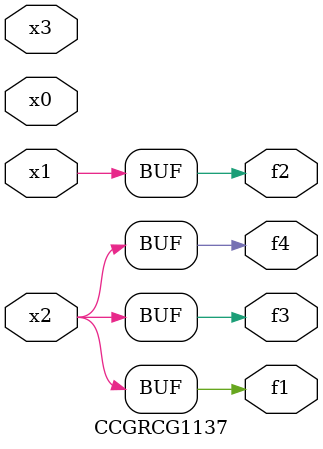
<source format=v>
module CCGRCG1137(
	input x0, x1, x2, x3,
	output f1, f2, f3, f4
);
	assign f1 = x2;
	assign f2 = x1;
	assign f3 = x2;
	assign f4 = x2;
endmodule

</source>
